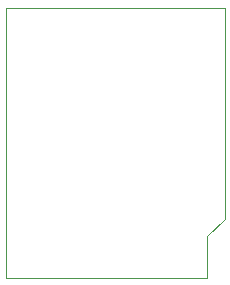
<source format=gbr>
%TF.GenerationSoftware,KiCad,Pcbnew,8.0.8*%
%TF.CreationDate,2025-02-15T05:52:52-08:00*%
%TF.ProjectId,EZ Stepper Line Driver - R2,455a2053-7465-4707-9065-72204c696e65,rev?*%
%TF.SameCoordinates,Original*%
%TF.FileFunction,Profile,NP*%
%FSLAX46Y46*%
G04 Gerber Fmt 4.6, Leading zero omitted, Abs format (unit mm)*
G04 Created by KiCad (PCBNEW 8.0.8) date 2025-02-15 05:52:52*
%MOMM*%
%LPD*%
G01*
G04 APERTURE LIST*
%TA.AperFunction,Profile*%
%ADD10C,0.100000*%
%TD*%
G04 APERTURE END LIST*
D10*
X48980000Y144145000D02*
X48980000Y126285000D01*
X47480000Y124785000D02*
X47480000Y121285000D01*
X48980000Y126285000D02*
X47480000Y124785000D01*
X30480000Y144145000D02*
X48980000Y144145000D01*
X30480000Y121285000D02*
X30480000Y144145000D01*
X47480000Y121285000D02*
X30480000Y121285000D01*
M02*

</source>
